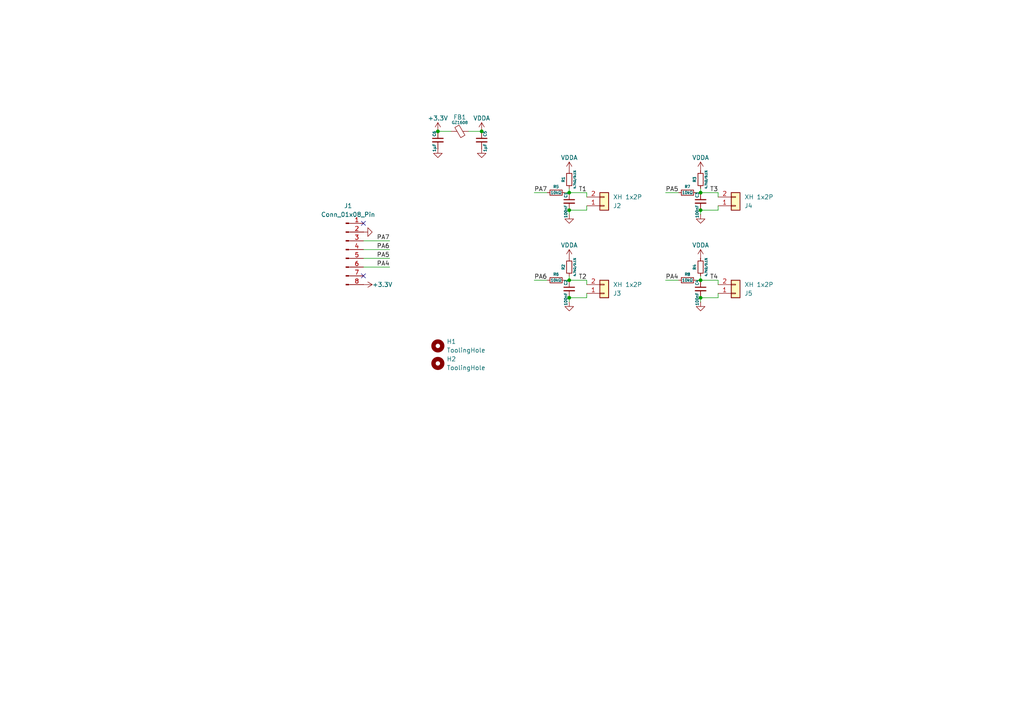
<source format=kicad_sch>
(kicad_sch (version 20231120) (generator "eeschema") (generator_version "8.0")
  (paper "A4")
  (lib_symbols
    (symbol "Connector:Conn_01x08_Pin" (pin_names (offset 1.016) hide)
      (property "Reference" "J" (at 0 10.16 0))
      (property "Value" "Conn_01x08_Pin" (at 0 -12.7 0))
      (symbol "Conn_01x08_Pin_1_1"
        (polyline (pts (xy 1.27 -10.16) (xy 0.8636 -10.16)) (stroke (width 0.1524)))
        (polyline (pts (xy 1.27 -7.62) (xy 0.8636 -7.62)) (stroke (width 0.1524)))
        (polyline (pts (xy 1.27 -5.08) (xy 0.8636 -5.08)) (stroke (width 0.1524)))
        (polyline (pts (xy 1.27 -2.54) (xy 0.8636 -2.54)) (stroke (width 0.1524)))
        (polyline (pts (xy 1.27 0) (xy 0.8636 0)) (stroke (width 0.1524)))
        (polyline (pts (xy 1.27 2.54) (xy 0.8636 2.54)) (stroke (width 0.1524)))
        (polyline (pts (xy 1.27 5.08) (xy 0.8636 5.08)) (stroke (width 0.1524)))
        (polyline (pts (xy 1.27 7.62) (xy 0.8636 7.62)) (stroke (width 0.1524)))
        (rectangle (start 0.8636 -10.033) (end 0 -10.287) (stroke (width 0.1524)) (fill (type outline)))
        (rectangle (start 0.8636 -7.493) (end 0 -7.747) (stroke (width 0.1524)) (fill (type outline)))
        (rectangle (start 0.8636 -4.953) (end 0 -5.207) (stroke (width 0.1524)) (fill (type outline)))
        (rectangle (start 0.8636 -2.413) (end 0 -2.667) (stroke (width 0.1524)) (fill (type outline)))
        (rectangle (start 0.8636 0.127) (end 0 -0.127) (stroke (width 0.1524)) (fill (type outline)))
        (rectangle (start 0.8636 2.667) (end 0 2.413) (stroke (width 0.1524)) (fill (type outline)))
        (rectangle (start 0.8636 5.207) (end 0 4.953) (stroke (width 0.1524)) (fill (type outline)))
        (rectangle (start 0.8636 7.747) (end 0 7.493) (stroke (width 0.1524)) (fill (type outline)))
        (pin passive line (at 5.08 7.62 180) (length 3.81) (name "Pin_1") (number "1"))
        (pin passive line (at 5.08 5.08 180) (length 3.81) (name "Pin_2") (number "2"))
        (pin passive line (at 5.08 2.54 180) (length 3.81) (name "Pin_3") (number "3"))
        (pin passive line (at 5.08 0 180) (length 3.81) (name "Pin_4") (number "4"))
        (pin passive line (at 5.08 -2.54 180) (length 3.81) (name "Pin_5") (number "5"))
        (pin passive line (at 5.08 -5.08 180) (length 3.81) (name "Pin_6") (number "6"))
        (pin passive line (at 5.08 -7.62 180) (length 3.81) (name "Pin_7") (number "7"))
        (pin passive line (at 5.08 -10.16 180) (length 3.81) (name "Pin_8") (number "8"))
      )
    )
    (symbol "Connector_Generic:Conn_01x02" (pin_names (offset 1.016) hide)
      (property "Reference" "J" (at 0 2.54 0))
      (property "Value" "Conn_01x02" (at 0 -5.08 0))
      (symbol "Conn_01x02_1_1"
        (rectangle (start -1.27 -2.413) (end 0 -2.667) (stroke (width 0.1524)))
        (rectangle (start -1.27 0.127) (end 0 -0.127) (stroke (width 0.1524)))
        (rectangle (start -1.27 1.27) (end 1.27 -3.81) (stroke (width 0.254)) (fill (type background)))
        (pin passive line (at -5.08 0 0) (length 3.81) (name "Pin_1") (number "1"))
        (pin passive line (at -5.08 -2.54 0) (length 3.81) (name "Pin_2") (number "2"))
      )
    )
    (symbol "Device:C_Small" (pin_numbers hide) (pin_names (offset 0.254) hide)
      (property "Reference" "C" (at 0.254 1.778 0))
      (property "Value" "C_Small" (at 0.254 -2.032 0))
      (symbol "C_Small_0_1"
        (polyline (pts (xy -1.524 -0.508) (xy 1.524 -0.508)) (stroke (width 0.3302)))
        (polyline (pts (xy -1.524 0.508) (xy 1.524 0.508)) (stroke (width 0.3048)))
      )
      (symbol "C_Small_1_1"
        (pin passive line (at 0 2.54 270) (length 2.032) (name "~") (number "1"))
        (pin passive line (at 0 -2.54 90) (length 2.032) (name "~") (number "2"))
      )
    )
    (symbol "Device:FerriteBead_Small" (pin_numbers hide) (pin_names (offset 0))
      (property "Reference" "FB" (at 1.905 1.27 0))
      (property "Value" "FerriteBead_Small" (at 1.905 -1.27 0))
      (symbol "FerriteBead_Small_0_1"
        (polyline (pts (xy 0 -1.27) (xy 0 -0.7874)))
        (polyline (pts (xy 0 0.889) (xy 0 1.2954)))
        (polyline (pts (xy -1.8288 0.2794) (xy -1.1176 1.4986) (xy 1.8288 -0.2032) (xy 1.1176 -1.4224) (xy -1.8288 0.2794)))
      )
      (symbol "FerriteBead_Small_1_1"
        (pin passive line (at 0 2.54 270) (length 1.27) (name "~") (number "1"))
        (pin passive line (at 0 -2.54 90) (length 1.27) (name "~") (number "2"))
      )
    )
    (symbol "Device:R_Small" (pin_numbers hide) (pin_names (offset 0.254) hide)
      (property "Reference" "R" (at 0.762 0.508 0))
      (property "Value" "R_Small" (at 0.762 -1.016 0))
      (symbol "R_Small_0_1"
        (rectangle (start -0.762 1.778) (end 0.762 -1.778) (stroke (width 0.2032)))
      )
      (symbol "R_Small_1_1"
        (pin passive line (at 0 2.54 270) (length 0.762) (name "~") (number "1"))
        (pin passive line (at 0 -2.54 90) (length 0.762) (name "~") (number "2"))
      )
    )
    (symbol "Mechanical:MountingHole" (pin_names (offset 1.016)) (exclude_from_sim yes) (in_bom no)
      (property "Reference" "H" (at 0 5.08 0))
      (property "Value" "MountingHole" (at 0 3.175 0))
      (symbol "MountingHole_0_1"
        (circle (center 0 0) (radius 1.27) (stroke (width 1.27)))
      )
    )
    (symbol "power:+3.3V" (power) (pin_numbers hide) (pin_names (offset 0) hide)
      (property "Value" "+3.3V" (at 0 3.556 0))
      (symbol "+3.3V_0_1"
        (polyline (pts (xy -0.762 1.27) (xy 0 2.54)))
        (polyline (pts (xy 0 0) (xy 0 2.54)))
        (polyline (pts (xy 0 2.54) (xy 0.762 1.27)))
      )
      (symbol "+3.3V_1_1"
        (pin power_in line (at 0 0 90) (length 0) (name "~") (number "1"))
      )
    )
    (symbol "power:GND" (power) (pin_numbers hide) (pin_names (offset 0) hide)
      (property "Value" "GND" (at 0 -3.81 0))
      (symbol "GND_0_1"
        (polyline (pts (xy 0 0) (xy 0 -1.27) (xy 1.27 -1.27) (xy 0 -2.54) (xy -1.27 -1.27) (xy 0 -1.27)))
      )
      (symbol "GND_1_1"
        (pin power_in line (at 0 0 270) (length 0) (name "~") (number "1"))
      )
    )
    (symbol "power:VDDA" (power) (pin_numbers hide) (pin_names (offset 0) hide)
      (property "Value" "VDDA" (at 0 3.556 0))
      (symbol "VDDA_0_1"
        (polyline (pts (xy -0.762 1.27) (xy 0 2.54)))
        (polyline (pts (xy 0 0) (xy 0 2.54)))
        (polyline (pts (xy 0 2.54) (xy 0.762 1.27)))
      )
      (symbol "VDDA_1_1"
        (pin power_in line (at 0 0 90) (length 0) (name "~") (number "1"))
      )
    )
  )
  (junction (at 165.1 86.36))
  (junction (at 203.2 55.88))
  (junction (at 139.7 38.1))
  (junction (at 127 38.1))
  (junction (at 203.2 86.36))
  (junction (at 203.2 60.96))
  (junction (at 203.2 81.28))
  (junction (at 165.1 55.88))
  (junction (at 165.1 81.28))
  (junction (at 165.1 60.96))
  (no_connect (at 105.41 80.01))
  (no_connect (at 105.41 64.77))
  (wire (pts (xy 165.1 86.36) (xy 170.18 86.36)))
  (wire (pts (xy 163.83 55.88) (xy 165.1 55.88)))
  (wire (pts (xy 135.89 38.1) (xy 139.7 38.1)))
  (wire (pts (xy 193.04 55.88) (xy 196.85 55.88)))
  (wire (pts (xy 158.75 81.28) (xy 154.94 81.28)))
  (wire (pts (xy 201.93 81.28) (xy 203.2 81.28)))
  (wire (pts (xy 208.28 60.96) (xy 208.28 59.69)))
  (wire (pts (xy 203.2 81.28) (xy 208.28 81.28)))
  (wire (pts (xy 170.18 57.15) (xy 170.18 55.88)))
  (wire (pts (xy 113.03 77.47) (xy 105.41 77.47)))
  (wire (pts (xy 170.18 82.55) (xy 170.18 81.28)))
  (wire (pts (xy 193.04 81.28) (xy 196.85 81.28)))
  (wire (pts (xy 158.75 55.88) (xy 154.94 55.88)))
  (wire (pts (xy 165.1 60.96) (xy 170.18 60.96)))
  (wire (pts (xy 165.1 87.63) (xy 165.1 86.36)))
  (wire (pts (xy 165.1 62.23) (xy 165.1 60.96)))
  (wire (pts (xy 163.83 81.28) (xy 165.1 81.28)))
  (wire (pts (xy 165.1 54.61) (xy 165.1 55.88)))
  (wire (pts (xy 127 38.1) (xy 130.81 38.1)))
  (wire (pts (xy 203.2 55.88) (xy 208.28 55.88)))
  (wire (pts (xy 165.1 80.01) (xy 165.1 81.28)))
  (wire (pts (xy 113.03 72.39) (xy 105.41 72.39)))
  (wire (pts (xy 208.28 82.55) (xy 208.28 81.28)))
  (wire (pts (xy 208.28 86.36) (xy 208.28 85.09)))
  (wire (pts (xy 113.03 74.93) (xy 105.41 74.93)))
  (wire (pts (xy 203.2 60.96) (xy 208.28 60.96)))
  (wire (pts (xy 203.2 54.61) (xy 203.2 55.88)))
  (wire (pts (xy 203.2 86.36) (xy 208.28 86.36)))
  (wire (pts (xy 170.18 86.36) (xy 170.18 85.09)))
  (wire (pts (xy 203.2 80.01) (xy 203.2 81.28)))
  (wire (pts (xy 113.03 69.85) (xy 105.41 69.85)))
  (wire (pts (xy 201.93 55.88) (xy 203.2 55.88)))
  (wire (pts (xy 165.1 81.28) (xy 170.18 81.28)))
  (wire (pts (xy 203.2 62.23) (xy 203.2 60.96)))
  (wire (pts (xy 165.1 55.88) (xy 170.18 55.88)))
  (wire (pts (xy 208.28 57.15) (xy 208.28 55.88)))
  (wire (pts (xy 170.18 60.96) (xy 170.18 59.69)))
  (wire (pts (xy 203.2 87.63) (xy 203.2 86.36)))
  (label "PA6" (at 113.03 72.39 180))
  (label "PA7" (at 154.94 55.88 0))
  (label "PA6" (at 154.94 81.28 0))
  (label "PA7" (at 113.03 69.85 180))
  (label "T3" (at 208.28 55.88 180))
  (label "PA4" (at 113.03 77.47 180))
  (label "PA5" (at 113.03 74.93 180))
  (label "PA4" (at 193.04 81.28 0))
  (label "PA5" (at 193.04 55.88 0))
  (label "T2" (at 170.18 81.28 180))
  (label "T4" (at 208.28 81.28 180))
  (label "T1" (at 170.18 55.88 180))
  (symbol (lib_id "Device:C_Small") (at 165.1 83.82 0) (unit 1)
    (property "Reference" "C2" (at 164.1 82.82 90) (effects (font (size 0.8 0.8)) (justify left)))
    (property "Value" "100nF" (at 164.1 84.82 90) (effects (font (size 0.8 0.8)) (justify right)))
    (property "Footprint" "PCM_ME_passives:0402C" (effects (hide yes)))
  )
  (symbol (lib_id "Connector:Conn_01x08_Pin") (at 100.33 72.39 0) (unit 1)
    (property "Reference" "J1" (at 100.965 59.69 0))
    (property "Value" "Conn_01x08_Pin" (at 100.965 62.23 0))
    (property "Footprint" "corevus:PinHeader_1x08_P2.54mm_Vertical" (effects (hide yes)))
    (property "Description" "Generic connector, single row, 01x08, script generated" (effects (hide yes)))
  )
  (symbol (lib_id "power:VDDA") (at 139.7 38.1 0) (unit 1)
    (property "Reference" "#PWR09" (effects (hide yes)))
    (property "Value" "VDDA" (at 139.7 34.29 0))
    (property "Description" "Power symbol creates a global label with name \"VDDA\"" (effects (hide yes)))
  )
  (symbol (lib_id "power:VDDA") (at 165.1 49.53 0) (unit 1)
    (property "Reference" "#PWR08" (effects (hide yes)))
    (property "Value" "VDDA" (at 165.1 45.72 0))
    (property "Description" "Power symbol creates a global label with name \"VDDA\"" (effects (hide yes)))
  )
  (symbol (lib_id "Mechanical:MountingHole") (at 127 100.33 0) (unit 1) (exclude_from_sim yes) (in_bom no)
    (property "Reference" "H1" (at 129.54 99.0599 0) (effects (justify left)))
    (property "Value" "ToolingHole" (at 129.54 101.5999 0) (effects (justify left)))
    (property "Footprint" "corevus:ToolingHole" (effects (hide yes)))
    (property "Description" "Mounting Hole without connection" (effects (hide yes)))
  )
  (symbol (lib_id "power:+3.3V") (at 105.41 82.55 270) (unit 1)
    (property "Reference" "#PWR013" (effects (hide yes)))
    (property "Value" "+3.3V" (at 107.95 82.55 90) (effects (justify left)))
    (property "Description" "Power symbol creates a global label with name \"+3.3V\"" (effects (hide yes)))
  )
  (symbol (lib_id "power:GND") (at 165.1 87.63 0) (unit 1)
    (property "Reference" "#PWR01" (effects (hide yes)))
    (property "Value" "GND" (effects (hide yes)))
    (property "Description" "Power symbol creates a global label with name \"GND\" , ground" (effects (hide yes)))
  )
  (symbol (lib_id "Device:R_Small") (at 161.29 55.88 270) (mirror x) (unit 1)
    (property "Reference" "R5" (at 161.29 54.61 90) (effects (font (size 0.8 0.8)) (justify top)))
    (property "Value" "10kΩ" (at 161.29 55.88 90) (effects (font (size 0.8 0.8))))
    (property "Footprint" "PCM_ME_passives:0402R" (effects (hide yes)))
  )
  (symbol (lib_id "Connector_Generic:Conn_01x02") (at 213.36 85.09 0) (mirror x) (unit 1)
    (property "Reference" "J5" (at 215.9 85.0901 0) (effects (justify left)))
    (property "Value" "XH 1x2P" (at 215.9 82.5501 0) (effects (justify left)))
    (property "Footprint" "corevus:JST_XH_1x02-Side" (effects (hide yes)))
    (property "Description" "Generic connector, single row, 01x02, script generated (kicad-library-utils/schlib/autogen/connector/)" (effects (hide yes)))
  )
  (symbol (lib_id "power:VDDA") (at 203.2 74.93 0) (unit 1)
    (property "Reference" "#PWR05" (effects (hide yes)))
    (property "Value" "VDDA" (at 203.2 71.12 0))
    (property "Description" "Power symbol creates a global label with name \"VDDA\"" (effects (hide yes)))
  )
  (symbol (lib_id "Device:R_Small") (at 199.39 81.28 270) (mirror x) (unit 1)
    (property "Reference" "R8" (at 199.39 80.01 90) (effects (font (size 0.8 0.8)) (justify top)))
    (property "Value" "10kΩ" (at 199.39 81.28 90) (effects (font (size 0.8 0.8))))
    (property "Footprint" "PCM_ME_passives:0402R" (effects (hide yes)))
  )
  (symbol (lib_id "Device:R_Small") (at 203.2 52.07 180) (unit 1)
    (property "Reference" "R3" (at 201.93 52.07 90) (effects (font (size 0.8 0.8)) (justify top)))
    (property "Value" "4.7kΩ/0.1%" (at 204.47 52.07 90) (effects (font (size 0.6 0.6)) (justify bottom)))
    (property "Footprint" "PCM_ME_passives:0402R" (effects (hide yes)))
  )
  (symbol (lib_id "power:GND") (at 105.41 67.31 90) (unit 1)
    (property "Reference" "#PWR014" (effects (hide yes)))
    (property "Value" "GND" (effects (hide yes)))
    (property "Description" "Power symbol creates a global label with name \"GND\" , ground" (effects (hide yes)))
  )
  (symbol (lib_id "Device:R_Small") (at 161.29 81.28 270) (mirror x) (unit 1)
    (property "Reference" "R6" (at 161.29 80.01 90) (effects (font (size 0.8 0.8)) (justify top)))
    (property "Value" "10kΩ" (at 161.29 81.28 90) (effects (font (size 0.8 0.8))))
    (property "Footprint" "PCM_ME_passives:0402R" (effects (hide yes)))
  )
  (symbol (lib_id "power:GND") (at 127 43.18 0) (unit 1)
    (property "Reference" "#PWR012" (effects (hide yes)))
    (property "Value" "GND" (effects (hide yes)))
    (property "Description" "Power symbol creates a global label with name \"GND\" , ground" (effects (hide yes)))
  )
  (symbol (lib_id "power:VDDA") (at 165.1 74.93 0) (unit 1)
    (property "Reference" "#PWR07" (effects (hide yes)))
    (property "Value" "VDDA" (at 165.1 71.12 0))
    (property "Description" "Power symbol creates a global label with name \"VDDA\"" (effects (hide yes)))
  )
  (symbol (lib_id "Connector_Generic:Conn_01x02") (at 213.36 59.69 0) (mirror x) (unit 1)
    (property "Reference" "J4" (at 215.9 59.6901 0) (effects (justify left)))
    (property "Value" "XH 1x2P" (at 215.9 57.1501 0) (effects (justify left)))
    (property "Footprint" "corevus:JST_XH_1x02-Side" (effects (hide yes)))
    (property "Description" "Generic connector, single row, 01x02, script generated (kicad-library-utils/schlib/autogen/connector/)" (effects (hide yes)))
  )
  (symbol (lib_id "Device:FerriteBead_Small") (at 133.35 38.1 270) (mirror x) (unit 1)
    (property "Reference" "FB1" (at 133.35 33.99 90))
    (property "Value" "GZ1608" (at 133.35 35.56 90) (effects (font (size 0.8 0.8))))
    (property "Footprint" "PCM_ME_passives:0603" (effects (hide yes)))
  )
  (symbol (lib_id "Connector_Generic:Conn_01x02") (at 175.26 59.69 0) (mirror x) (unit 1)
    (property "Reference" "J2" (at 177.8 59.6901 0) (effects (justify left)))
    (property "Value" "XH 1x2P" (at 177.8 57.1501 0) (effects (justify left)))
    (property "Footprint" "corevus:JST_XH_1x02-Side" (effects (hide yes)))
    (property "Description" "Generic connector, single row, 01x02, script generated (kicad-library-utils/schlib/autogen/connector/)" (effects (hide yes)))
  )
  (symbol (lib_id "power:GND") (at 203.2 62.23 0) (unit 1)
    (property "Reference" "#PWR03" (effects (hide yes)))
    (property "Value" "GND" (effects (hide yes)))
    (property "Description" "Power symbol creates a global label with name \"GND\" , ground" (effects (hide yes)))
  )
  (symbol (lib_id "Device:C_Small") (at 203.2 58.42 0) (unit 1)
    (property "Reference" "C3" (at 202.2 57.42 90) (effects (font (size 0.8 0.8)) (justify left)))
    (property "Value" "100nF" (at 202.2 59.42 90) (effects (font (size 0.8 0.8)) (justify right)))
    (property "Footprint" "PCM_ME_passives:0402C" (effects (hide yes)))
  )
  (symbol (lib_id "Device:R_Small") (at 199.39 55.88 270) (mirror x) (unit 1)
    (property "Reference" "R7" (at 199.39 54.61 90) (effects (font (size 0.8 0.8)) (justify top)))
    (property "Value" "10kΩ" (at 199.39 55.88 90) (effects (font (size 0.8 0.8))))
    (property "Footprint" "PCM_ME_passives:0402R" (effects (hide yes)))
  )
  (symbol (lib_id "Mechanical:MountingHole") (at 127 105.41 0) (unit 1) (exclude_from_sim yes) (in_bom no)
    (property "Reference" "H2" (at 129.54 104.1399 0) (effects (justify left)))
    (property "Value" "ToolingHole" (at 129.54 106.6799 0) (effects (justify left)))
    (property "Footprint" "corevus:ToolingHole" (effects (hide yes)))
    (property "Description" "Mounting Hole without connection" (effects (hide yes)))
  )
  (symbol (lib_id "Connector_Generic:Conn_01x02") (at 175.26 85.09 0) (mirror x) (unit 1)
    (property "Reference" "J3" (at 177.8 85.0901 0) (effects (justify left)))
    (property "Value" "XH 1x2P" (at 177.8 82.5501 0) (effects (justify left)))
    (property "Footprint" "corevus:JST_XH_1x02-Side" (effects (hide yes)))
    (property "Description" "Generic connector, single row, 01x02, script generated (kicad-library-utils/schlib/autogen/connector/)" (effects (hide yes)))
  )
  (symbol (lib_id "Device:C_Small") (at 127 40.64 0) (unit 1)
    (property "Reference" "C6" (at 126 39.64 90) (effects (font (size 0.8 0.8)) (justify left)))
    (property "Value" "1µF" (at 126 41.64 90) (effects (font (size 0.8 0.8)) (justify right)))
    (property "Footprint" "PCM_ME_passives:0402C" (effects (hide yes)))
  )
  (symbol (lib_id "Device:C_Small") (at 165.1 58.42 0) (unit 1)
    (property "Reference" "C1" (at 164.1 57.42 90) (effects (font (size 0.8 0.8)) (justify left)))
    (property "Value" "100nF" (at 164.1 59.42 90) (effects (font (size 0.8 0.8)) (justify right)))
    (property "Footprint" "PCM_ME_passives:0402C" (effects (hide yes)))
  )
  (symbol (lib_id "Device:R_Small") (at 203.2 77.47 180) (unit 1)
    (property "Reference" "R4" (at 201.93 77.47 90) (effects (font (size 0.8 0.8)) (justify top)))
    (property "Value" "4.7kΩ/0.1%" (at 204.47 77.47 90) (effects (font (size 0.6 0.6)) (justify bottom)))
    (property "Footprint" "PCM_ME_passives:0402R" (effects (hide yes)))
  )
  (symbol (lib_id "power:GND") (at 203.2 87.63 0) (unit 1)
    (property "Reference" "#PWR04" (effects (hide yes)))
    (property "Value" "GND" (effects (hide yes)))
    (property "Description" "Power symbol creates a global label with name \"GND\" , ground" (effects (hide yes)))
  )
  (symbol (lib_id "power:GND") (at 139.7 43.18 0) (unit 1)
    (property "Reference" "#PWR011" (effects (hide yes)))
    (property "Value" "GND" (effects (hide yes)))
    (property "Description" "Power symbol creates a global label with name \"GND\" , ground" (effects (hide yes)))
  )
  (symbol (lib_id "Device:R_Small") (at 165.1 52.07 180) (unit 1)
    (property "Reference" "R1" (at 163.83 52.07 90) (effects (font (size 0.8 0.8)) (justify top)))
    (property "Value" "4.7kΩ/0.1%" (at 166.37 52.07 90) (effects (font (size 0.6 0.6)) (justify bottom)))
    (property "Footprint" "PCM_ME_passives:0402R" (effects (hide yes)))
  )
  (symbol (lib_id "power:VDDA") (at 203.2 49.53 0) (unit 1)
    (property "Reference" "#PWR06" (effects (hide yes)))
    (property "Value" "VDDA" (at 203.2 45.72 0))
    (property "Description" "Power symbol creates a global label with name \"VDDA\"" (effects (hide yes)))
  )
  (symbol (lib_id "Device:R_Small") (at 165.1 77.47 180) (unit 1)
    (property "Reference" "R2" (at 163.83 77.47 90) (effects (font (size 0.8 0.8)) (justify top)))
    (property "Value" "4.7kΩ/0.1%" (at 166.37 77.47 90) (effects (font (size 0.6 0.6)) (justify bottom)))
    (property "Footprint" "PCM_ME_passives:0402R" (effects (hide yes)))
  )
  (symbol (lib_id "Device:C_Small") (at 203.2 83.82 0) (unit 1)
    (property "Reference" "C4" (at 202.2 82.82 90) (effects (font (size 0.8 0.8)) (justify left)))
    (property "Value" "100nF" (at 202.2 84.82 90) (effects (font (size 0.8 0.8)) (justify right)))
    (property "Footprint" "PCM_ME_passives:0402C" (effects (hide yes)))
  )
  (symbol (lib_id "Device:C_Small") (at 139.7 40.64 0) (mirror y) (unit 1)
    (property "Reference" "C5" (at 140.7 39.64 90) (effects (font (size 0.8 0.8)) (justify left)))
    (property "Value" "1µF" (at 140.7 41.64 90) (effects (font (size 0.8 0.8)) (justify right)))
    (property "Footprint" "PCM_ME_passives:0402C" (effects (hide yes)))
  )
  (symbol (lib_id "power:+3.3V") (at 127 38.1 0) (unit 1)
    (property "Reference" "#PWR010" (effects (hide yes)))
    (property "Value" "+3.3V" (at 127 34.29 0))
    (property "Description" "Power symbol creates a global label with name \"+3.3V\"" (effects (hide yes)))
  )
  (symbol (lib_id "power:GND") (at 165.1 62.23 0) (unit 1)
    (property "Reference" "#PWR02" (effects (hide yes)))
    (property "Value" "GND" (effects (hide yes)))
    (property "Description" "Power symbol creates a global label with name \"GND\" , ground" (effects (hide yes)))
  )
)
</source>
